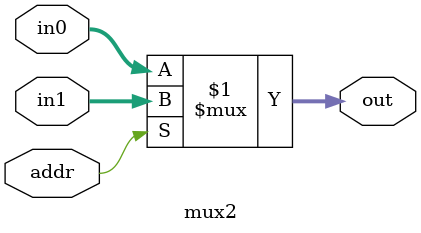
<source format=v>
module mux2 (in0, in1, addr, out);
    // 二选一数据选择器
    input[3:0] in0, in1;
    input addr;
    output[3:0] out;

    assign out[3:0] = addr?in1[3:0]:in0[3:0];
endmodule
</source>
